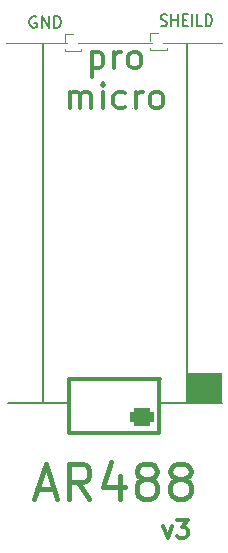
<source format=gto>
G04 #@! TF.GenerationSoftware,KiCad,Pcbnew,6.0.1-79c1e3a40b~116~ubuntu20.04.1*
G04 #@! TF.CreationDate,2022-01-18T16:47:47+01:00*
G04 #@! TF.ProjectId,Pro_Micro_GPIB,50726f5f-4d69-4637-926f-5f475049422e,rev?*
G04 #@! TF.SameCoordinates,Original*
G04 #@! TF.FileFunction,Legend,Top*
G04 #@! TF.FilePolarity,Positive*
%FSLAX46Y46*%
G04 Gerber Fmt 4.6, Leading zero omitted, Abs format (unit mm)*
G04 Created by KiCad (PCBNEW 6.0.1-79c1e3a40b~116~ubuntu20.04.1) date 2022-01-18 16:47:47*
%MOMM*%
%LPD*%
G01*
G04 APERTURE LIST*
G04 Aperture macros list*
%AMRoundRect*
0 Rectangle with rounded corners*
0 $1 Rounding radius*
0 $2 $3 $4 $5 $6 $7 $8 $9 X,Y pos of 4 corners*
0 Add a 4 corners polygon primitive as box body*
4,1,4,$2,$3,$4,$5,$6,$7,$8,$9,$2,$3,0*
0 Add four circle primitives for the rounded corners*
1,1,$1+$1,$2,$3*
1,1,$1+$1,$4,$5*
1,1,$1+$1,$6,$7*
1,1,$1+$1,$8,$9*
0 Add four rect primitives between the rounded corners*
20,1,$1+$1,$2,$3,$4,$5,0*
20,1,$1+$1,$4,$5,$6,$7,0*
20,1,$1+$1,$6,$7,$8,$9,0*
20,1,$1+$1,$8,$9,$2,$3,0*%
G04 Aperture macros list end*
%ADD10C,0.120000*%
%ADD11C,0.150000*%
%ADD12C,0.300000*%
%ADD13C,0.400000*%
%ADD14C,6.400000*%
%ADD15C,0.800000*%
%ADD16R,0.850000X0.850000*%
%ADD17RoundRect,0.400000X0.650000X-0.400000X0.650000X0.400000X-0.650000X0.400000X-0.650000X-0.400000X0*%
%ADD18O,2.100000X1.600000*%
G04 APERTURE END LIST*
D10*
X120928185Y-76869300D02*
X102668185Y-76869300D01*
X113348185Y-82370032D02*
X113288185Y-82370032D01*
D11*
X117985300Y-76869300D02*
X117988185Y-107290032D01*
X105788800Y-76879300D02*
X105788800Y-107289300D01*
X105208095Y-74620000D02*
X105112857Y-74572380D01*
X104970000Y-74572380D01*
X104827142Y-74620000D01*
X104731904Y-74715238D01*
X104684285Y-74810476D01*
X104636666Y-75000952D01*
X104636666Y-75143809D01*
X104684285Y-75334285D01*
X104731904Y-75429523D01*
X104827142Y-75524761D01*
X104970000Y-75572380D01*
X105065238Y-75572380D01*
X105208095Y-75524761D01*
X105255714Y-75477142D01*
X105255714Y-75143809D01*
X105065238Y-75143809D01*
X105684285Y-75572380D02*
X105684285Y-74572380D01*
X106255714Y-75572380D01*
X106255714Y-74572380D01*
X106731904Y-75572380D02*
X106731904Y-74572380D01*
X106970000Y-74572380D01*
X107112857Y-74620000D01*
X107208095Y-74715238D01*
X107255714Y-74810476D01*
X107303333Y-75000952D01*
X107303333Y-75143809D01*
X107255714Y-75334285D01*
X107208095Y-75429523D01*
X107112857Y-75524761D01*
X106970000Y-75572380D01*
X106731904Y-75572380D01*
D12*
X115974826Y-117768603D02*
X116331969Y-118768603D01*
X116689112Y-117768603D01*
X117117683Y-117268603D02*
X118046255Y-117268603D01*
X117546255Y-117840032D01*
X117760540Y-117840032D01*
X117903397Y-117911460D01*
X117974826Y-117982889D01*
X118046255Y-118125746D01*
X118046255Y-118482889D01*
X117974826Y-118625746D01*
X117903397Y-118697174D01*
X117760540Y-118768603D01*
X117331969Y-118768603D01*
X117189112Y-118697174D01*
X117117683Y-118625746D01*
D11*
X115765714Y-75379761D02*
X115894285Y-75427380D01*
X116108571Y-75427380D01*
X116194285Y-75379761D01*
X116237142Y-75332142D01*
X116280000Y-75236904D01*
X116280000Y-75141666D01*
X116237142Y-75046428D01*
X116194285Y-74998809D01*
X116108571Y-74951190D01*
X115937142Y-74903571D01*
X115851428Y-74855952D01*
X115808571Y-74808333D01*
X115765714Y-74713095D01*
X115765714Y-74617857D01*
X115808571Y-74522619D01*
X115851428Y-74475000D01*
X115937142Y-74427380D01*
X116151428Y-74427380D01*
X116280000Y-74475000D01*
X116665714Y-75427380D02*
X116665714Y-74427380D01*
X116665714Y-74903571D02*
X117180000Y-74903571D01*
X117180000Y-75427380D02*
X117180000Y-74427380D01*
X117608571Y-74903571D02*
X117908571Y-74903571D01*
X118037142Y-75427380D02*
X117608571Y-75427380D01*
X117608571Y-74427380D01*
X118037142Y-74427380D01*
X118422857Y-75427380D02*
X118422857Y-74427380D01*
X119280000Y-75427380D02*
X118851428Y-75427380D01*
X118851428Y-74427380D01*
X119580000Y-75427380D02*
X119580000Y-74427380D01*
X119794285Y-74427380D01*
X119922857Y-74475000D01*
X120008571Y-74570238D01*
X120051428Y-74665476D01*
X120094285Y-74855952D01*
X120094285Y-74998809D01*
X120051428Y-75189285D01*
X120008571Y-75284523D01*
X119922857Y-75379761D01*
X119794285Y-75427380D01*
X119580000Y-75427380D01*
D12*
X109898185Y-77599532D02*
X109898185Y-79699532D01*
X109898185Y-77699532D02*
X110098185Y-77599532D01*
X110498185Y-77599532D01*
X110698185Y-77699532D01*
X110798185Y-77799532D01*
X110898185Y-77999532D01*
X110898185Y-78599532D01*
X110798185Y-78799532D01*
X110698185Y-78899532D01*
X110498185Y-78999532D01*
X110098185Y-78999532D01*
X109898185Y-78899532D01*
X111798185Y-78999532D02*
X111798185Y-77599532D01*
X111798185Y-77999532D02*
X111898185Y-77799532D01*
X111998185Y-77699532D01*
X112198185Y-77599532D01*
X112398185Y-77599532D01*
X113398185Y-78999532D02*
X113198185Y-78899532D01*
X113098185Y-78799532D01*
X112998185Y-78599532D01*
X112998185Y-77999532D01*
X113098185Y-77799532D01*
X113198185Y-77699532D01*
X113398185Y-77599532D01*
X113698185Y-77599532D01*
X113898185Y-77699532D01*
X113998185Y-77799532D01*
X114098185Y-77999532D01*
X114098185Y-78599532D01*
X113998185Y-78799532D01*
X113898185Y-78899532D01*
X113698185Y-78999532D01*
X113398185Y-78999532D01*
X108048185Y-82380532D02*
X108048185Y-80980532D01*
X108048185Y-81180532D02*
X108148185Y-81080532D01*
X108348185Y-80980532D01*
X108648185Y-80980532D01*
X108848185Y-81080532D01*
X108948185Y-81280532D01*
X108948185Y-82380532D01*
X108948185Y-81280532D02*
X109048185Y-81080532D01*
X109248185Y-80980532D01*
X109548185Y-80980532D01*
X109748185Y-81080532D01*
X109848185Y-81280532D01*
X109848185Y-82380532D01*
X110848185Y-82380532D02*
X110848185Y-80980532D01*
X110848185Y-80280532D02*
X110748185Y-80380532D01*
X110848185Y-80480532D01*
X110948185Y-80380532D01*
X110848185Y-80280532D01*
X110848185Y-80480532D01*
X112748185Y-82280532D02*
X112548185Y-82380532D01*
X112148185Y-82380532D01*
X111948185Y-82280532D01*
X111848185Y-82180532D01*
X111748185Y-81980532D01*
X111748185Y-81380532D01*
X111848185Y-81180532D01*
X111948185Y-81080532D01*
X112148185Y-80980532D01*
X112548185Y-80980532D01*
X112748185Y-81080532D01*
X113648185Y-82380532D02*
X113648185Y-80980532D01*
X113648185Y-81380532D02*
X113748185Y-81180532D01*
X113848185Y-81080532D01*
X114048185Y-80980532D01*
X114248185Y-80980532D01*
X115248185Y-82380532D02*
X115048185Y-82280532D01*
X114948185Y-82180532D01*
X114848185Y-81980532D01*
X114848185Y-81380532D01*
X114948185Y-81180532D01*
X115048185Y-81080532D01*
X115248185Y-80980532D01*
X115548185Y-80980532D01*
X115748185Y-81080532D01*
X115848185Y-81180532D01*
X115948185Y-81380532D01*
X115948185Y-81980532D01*
X115848185Y-82180532D01*
X115748185Y-82280532D01*
X115548185Y-82380532D01*
X115248185Y-82380532D01*
D13*
X105296255Y-114620032D02*
X106724826Y-114620032D01*
X105010540Y-115477174D02*
X106010540Y-112477174D01*
X107010540Y-115477174D01*
X109724826Y-115477174D02*
X108724826Y-114048603D01*
X108010540Y-115477174D02*
X108010540Y-112477174D01*
X109153397Y-112477174D01*
X109439112Y-112620032D01*
X109581969Y-112762889D01*
X109724826Y-113048603D01*
X109724826Y-113477174D01*
X109581969Y-113762889D01*
X109439112Y-113905746D01*
X109153397Y-114048603D01*
X108010540Y-114048603D01*
X112296255Y-113477174D02*
X112296255Y-115477174D01*
X111581969Y-112334317D02*
X110867683Y-114477174D01*
X112724826Y-114477174D01*
X114296255Y-113762889D02*
X114010540Y-113620032D01*
X113867683Y-113477174D01*
X113724826Y-113191460D01*
X113724826Y-113048603D01*
X113867683Y-112762889D01*
X114010540Y-112620032D01*
X114296255Y-112477174D01*
X114867683Y-112477174D01*
X115153397Y-112620032D01*
X115296255Y-112762889D01*
X115439112Y-113048603D01*
X115439112Y-113191460D01*
X115296255Y-113477174D01*
X115153397Y-113620032D01*
X114867683Y-113762889D01*
X114296255Y-113762889D01*
X114010540Y-113905746D01*
X113867683Y-114048603D01*
X113724826Y-114334317D01*
X113724826Y-114905746D01*
X113867683Y-115191460D01*
X114010540Y-115334317D01*
X114296255Y-115477174D01*
X114867683Y-115477174D01*
X115153397Y-115334317D01*
X115296255Y-115191460D01*
X115439112Y-114905746D01*
X115439112Y-114334317D01*
X115296255Y-114048603D01*
X115153397Y-113905746D01*
X114867683Y-113762889D01*
X117153397Y-113762889D02*
X116867683Y-113620032D01*
X116724826Y-113477174D01*
X116581969Y-113191460D01*
X116581969Y-113048603D01*
X116724826Y-112762889D01*
X116867683Y-112620032D01*
X117153397Y-112477174D01*
X117724826Y-112477174D01*
X118010540Y-112620032D01*
X118153397Y-112762889D01*
X118296255Y-113048603D01*
X118296255Y-113191460D01*
X118153397Y-113477174D01*
X118010540Y-113620032D01*
X117724826Y-113762889D01*
X117153397Y-113762889D01*
X116867683Y-113905746D01*
X116724826Y-114048603D01*
X116581969Y-114334317D01*
X116581969Y-114905746D01*
X116724826Y-115191460D01*
X116867683Y-115334317D01*
X117153397Y-115477174D01*
X117724826Y-115477174D01*
X118010540Y-115334317D01*
X118153397Y-115191460D01*
X118296255Y-114905746D01*
X118296255Y-114334317D01*
X118153397Y-114048603D01*
X118010540Y-113905746D01*
X117724826Y-113762889D01*
D10*
X107625000Y-76810000D02*
X107625000Y-76125000D01*
X107625000Y-76125000D02*
X108320000Y-76125000D01*
X108928276Y-77495000D02*
X109015000Y-77495000D01*
X107625000Y-77495000D02*
X109015000Y-77495000D01*
X107625000Y-77495000D02*
X107625000Y-77370000D01*
X109015000Y-77495000D02*
X109015000Y-77370000D01*
X107625000Y-77495000D02*
X107711724Y-77495000D01*
D11*
X108025300Y-107309300D02*
X102785300Y-107309300D01*
D12*
X108025300Y-105309300D02*
X115655300Y-105309300D01*
D11*
X120935300Y-107309300D02*
X115645300Y-107309300D01*
D12*
X115645300Y-109849300D02*
X108025300Y-109849300D01*
X108025300Y-109849300D02*
X108025300Y-105309300D01*
X115645300Y-105319300D02*
X115645300Y-109849300D01*
D10*
X118085300Y-107319300D02*
X120835300Y-107319300D01*
X120835300Y-107319300D02*
X120835300Y-104769300D01*
X120835300Y-104769300D02*
X118085300Y-104769300D01*
X118085300Y-104769300D02*
X118085300Y-107319300D01*
G36*
X118085300Y-107319300D02*
G01*
X120835300Y-107319300D01*
X120835300Y-104769300D01*
X118085300Y-104769300D01*
X118085300Y-107319300D01*
G37*
X116168276Y-77405000D02*
X116255000Y-77405000D01*
X114865000Y-76720000D02*
X114865000Y-76035000D01*
X114865000Y-77405000D02*
X114951724Y-77405000D01*
X114865000Y-77405000D02*
X116255000Y-77405000D01*
X114865000Y-76035000D02*
X115560000Y-76035000D01*
X116255000Y-77405000D02*
X116255000Y-77280000D01*
X114865000Y-77405000D02*
X114865000Y-77280000D01*
%LPC*%
D14*
X111950000Y-73230000D03*
D15*
X109550000Y-73230000D03*
X110252944Y-71532944D03*
X113647056Y-74927056D03*
X111950000Y-75630000D03*
X111950000Y-70830000D03*
X114350000Y-73230000D03*
X110252944Y-74927056D03*
X113647056Y-71532944D03*
D16*
X108320000Y-76810000D03*
D14*
X111910000Y-119990000D03*
D15*
X111910000Y-122390000D03*
X113607056Y-121687056D03*
X110212944Y-121687056D03*
X109510000Y-119990000D03*
X113607056Y-118292944D03*
X114310000Y-119990000D03*
X111910000Y-117590000D03*
X110212944Y-118292944D03*
D17*
X114135300Y-108548300D03*
D18*
X114135300Y-106389300D03*
X114135300Y-104230300D03*
X114135300Y-102071300D03*
X114135300Y-99912300D03*
X114135300Y-97753300D03*
X114135300Y-95594300D03*
X114135300Y-93435300D03*
X114135300Y-91276300D03*
X114135300Y-89117300D03*
X114135300Y-86958300D03*
X114135300Y-84799300D03*
X109455300Y-108523800D03*
X109455300Y-106364800D03*
X109455300Y-104205800D03*
X109455300Y-102046800D03*
X109455300Y-99887800D03*
X109455300Y-97728800D03*
X109455300Y-95569800D03*
X109455300Y-93410800D03*
X109455300Y-91251800D03*
X109455300Y-89092800D03*
X109455300Y-86933800D03*
X109455300Y-84774800D03*
D16*
X115560000Y-76720000D03*
M02*

</source>
